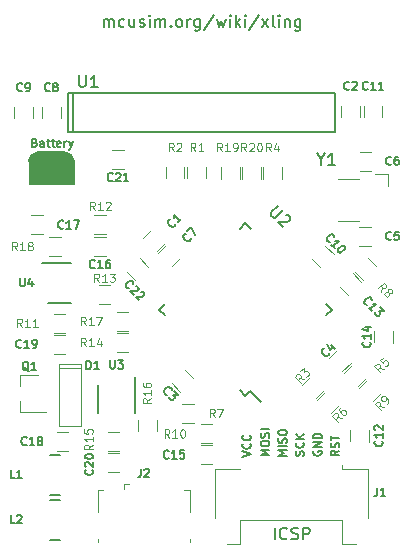
<source format=gto>
G04 #@! TF.GenerationSoftware,KiCad,Pcbnew,5.0.2+dfsg1-1*
G04 #@! TF.CreationDate,2019-09-05T11:37:23+02:00*
G04 #@! TF.ProjectId,xling,786c696e-672e-46b6-9963-61645f706362,0.3*
G04 #@! TF.SameCoordinates,Original*
G04 #@! TF.FileFunction,Legend,Top*
G04 #@! TF.FilePolarity,Positive*
%FSLAX46Y46*%
G04 Gerber Fmt 4.6, Leading zero omitted, Abs format (unit mm)*
G04 Created by KiCad (PCBNEW 5.0.2+dfsg1-1) date Thu 05 Sep 2019 11:37:23 CEST*
%MOMM*%
%LPD*%
G01*
G04 APERTURE LIST*
%ADD10C,0.200000*%
%ADD11C,0.150000*%
%ADD12C,0.175000*%
%ADD13C,0.100000*%
%ADD14C,0.120000*%
%ADD15C,0.125000*%
G04 APERTURE END LIST*
D10*
X61389666Y-42108380D02*
X61389666Y-41441714D01*
X61389666Y-41536952D02*
X61437285Y-41489333D01*
X61532523Y-41441714D01*
X61675380Y-41441714D01*
X61770619Y-41489333D01*
X61818238Y-41584571D01*
X61818238Y-42108380D01*
X61818238Y-41584571D02*
X61865857Y-41489333D01*
X61961095Y-41441714D01*
X62103952Y-41441714D01*
X62199190Y-41489333D01*
X62246809Y-41584571D01*
X62246809Y-42108380D01*
X63151571Y-42060761D02*
X63056333Y-42108380D01*
X62865857Y-42108380D01*
X62770619Y-42060761D01*
X62723000Y-42013142D01*
X62675380Y-41917904D01*
X62675380Y-41632190D01*
X62723000Y-41536952D01*
X62770619Y-41489333D01*
X62865857Y-41441714D01*
X63056333Y-41441714D01*
X63151571Y-41489333D01*
X64008714Y-41441714D02*
X64008714Y-42108380D01*
X63580142Y-41441714D02*
X63580142Y-41965523D01*
X63627761Y-42060761D01*
X63723000Y-42108380D01*
X63865857Y-42108380D01*
X63961095Y-42060761D01*
X64008714Y-42013142D01*
X64437285Y-42060761D02*
X64532523Y-42108380D01*
X64723000Y-42108380D01*
X64818238Y-42060761D01*
X64865857Y-41965523D01*
X64865857Y-41917904D01*
X64818238Y-41822666D01*
X64723000Y-41775047D01*
X64580142Y-41775047D01*
X64484904Y-41727428D01*
X64437285Y-41632190D01*
X64437285Y-41584571D01*
X64484904Y-41489333D01*
X64580142Y-41441714D01*
X64723000Y-41441714D01*
X64818238Y-41489333D01*
X65294428Y-42108380D02*
X65294428Y-41441714D01*
X65294428Y-41108380D02*
X65246809Y-41156000D01*
X65294428Y-41203619D01*
X65342047Y-41156000D01*
X65294428Y-41108380D01*
X65294428Y-41203619D01*
X65770619Y-42108380D02*
X65770619Y-41441714D01*
X65770619Y-41536952D02*
X65818238Y-41489333D01*
X65913476Y-41441714D01*
X66056333Y-41441714D01*
X66151571Y-41489333D01*
X66199190Y-41584571D01*
X66199190Y-42108380D01*
X66199190Y-41584571D02*
X66246809Y-41489333D01*
X66342047Y-41441714D01*
X66484904Y-41441714D01*
X66580142Y-41489333D01*
X66627761Y-41584571D01*
X66627761Y-42108380D01*
X67103952Y-42013142D02*
X67151571Y-42060761D01*
X67103952Y-42108380D01*
X67056333Y-42060761D01*
X67103952Y-42013142D01*
X67103952Y-42108380D01*
X67723000Y-42108380D02*
X67627761Y-42060761D01*
X67580142Y-42013142D01*
X67532523Y-41917904D01*
X67532523Y-41632190D01*
X67580142Y-41536952D01*
X67627761Y-41489333D01*
X67723000Y-41441714D01*
X67865857Y-41441714D01*
X67961095Y-41489333D01*
X68008714Y-41536952D01*
X68056333Y-41632190D01*
X68056333Y-41917904D01*
X68008714Y-42013142D01*
X67961095Y-42060761D01*
X67865857Y-42108380D01*
X67723000Y-42108380D01*
X68484904Y-42108380D02*
X68484904Y-41441714D01*
X68484904Y-41632190D02*
X68532523Y-41536952D01*
X68580142Y-41489333D01*
X68675380Y-41441714D01*
X68770619Y-41441714D01*
X69532523Y-41441714D02*
X69532523Y-42251238D01*
X69484904Y-42346476D01*
X69437285Y-42394095D01*
X69342047Y-42441714D01*
X69199190Y-42441714D01*
X69103952Y-42394095D01*
X69532523Y-42060761D02*
X69437285Y-42108380D01*
X69246809Y-42108380D01*
X69151571Y-42060761D01*
X69103952Y-42013142D01*
X69056333Y-41917904D01*
X69056333Y-41632190D01*
X69103952Y-41536952D01*
X69151571Y-41489333D01*
X69246809Y-41441714D01*
X69437285Y-41441714D01*
X69532523Y-41489333D01*
X70723000Y-41060761D02*
X69865857Y-42346476D01*
X70961095Y-41441714D02*
X71151571Y-42108380D01*
X71342047Y-41632190D01*
X71532523Y-42108380D01*
X71723000Y-41441714D01*
X72103952Y-42108380D02*
X72103952Y-41441714D01*
X72103952Y-41108380D02*
X72056333Y-41156000D01*
X72103952Y-41203619D01*
X72151571Y-41156000D01*
X72103952Y-41108380D01*
X72103952Y-41203619D01*
X72580142Y-42108380D02*
X72580142Y-41108380D01*
X72675380Y-41727428D02*
X72961095Y-42108380D01*
X72961095Y-41441714D02*
X72580142Y-41822666D01*
X73389666Y-42108380D02*
X73389666Y-41441714D01*
X73389666Y-41108380D02*
X73342047Y-41156000D01*
X73389666Y-41203619D01*
X73437285Y-41156000D01*
X73389666Y-41108380D01*
X73389666Y-41203619D01*
X74580142Y-41060761D02*
X73723000Y-42346476D01*
X74818238Y-42108380D02*
X75342047Y-41441714D01*
X74818238Y-41441714D02*
X75342047Y-42108380D01*
X75865857Y-42108380D02*
X75770619Y-42060761D01*
X75723000Y-41965523D01*
X75723000Y-41108380D01*
X76246809Y-42108380D02*
X76246809Y-41441714D01*
X76246809Y-41108380D02*
X76199190Y-41156000D01*
X76246809Y-41203619D01*
X76294428Y-41156000D01*
X76246809Y-41108380D01*
X76246809Y-41203619D01*
X76723000Y-41441714D02*
X76723000Y-42108380D01*
X76723000Y-41536952D02*
X76770619Y-41489333D01*
X76865857Y-41441714D01*
X77008714Y-41441714D01*
X77103952Y-41489333D01*
X77151571Y-41584571D01*
X77151571Y-42108380D01*
X78056333Y-41441714D02*
X78056333Y-42251238D01*
X78008714Y-42346476D01*
X77961095Y-42394095D01*
X77865857Y-42441714D01*
X77723000Y-42441714D01*
X77627761Y-42394095D01*
X78056333Y-42060761D02*
X77961095Y-42108380D01*
X77770619Y-42108380D01*
X77675380Y-42060761D01*
X77627761Y-42013142D01*
X77580142Y-41917904D01*
X77580142Y-41632190D01*
X77627761Y-41536952D01*
X77675380Y-41489333D01*
X77770619Y-41441714D01*
X77961095Y-41441714D01*
X78056333Y-41489333D01*
D11*
X55573000Y-51893000D02*
X55673000Y-51926333D01*
X55706333Y-51959666D01*
X55739666Y-52026333D01*
X55739666Y-52126333D01*
X55706333Y-52193000D01*
X55673000Y-52226333D01*
X55606333Y-52259666D01*
X55339666Y-52259666D01*
X55339666Y-51559666D01*
X55573000Y-51559666D01*
X55639666Y-51593000D01*
X55673000Y-51626333D01*
X55706333Y-51693000D01*
X55706333Y-51759666D01*
X55673000Y-51826333D01*
X55639666Y-51859666D01*
X55573000Y-51893000D01*
X55339666Y-51893000D01*
X56339666Y-52259666D02*
X56339666Y-51893000D01*
X56306333Y-51826333D01*
X56239666Y-51793000D01*
X56106333Y-51793000D01*
X56039666Y-51826333D01*
X56339666Y-52226333D02*
X56273000Y-52259666D01*
X56106333Y-52259666D01*
X56039666Y-52226333D01*
X56006333Y-52159666D01*
X56006333Y-52093000D01*
X56039666Y-52026333D01*
X56106333Y-51993000D01*
X56273000Y-51993000D01*
X56339666Y-51959666D01*
X56573000Y-51793000D02*
X56839666Y-51793000D01*
X56673000Y-51559666D02*
X56673000Y-52159666D01*
X56706333Y-52226333D01*
X56773000Y-52259666D01*
X56839666Y-52259666D01*
X56973000Y-51793000D02*
X57239666Y-51793000D01*
X57073000Y-51559666D02*
X57073000Y-52159666D01*
X57106333Y-52226333D01*
X57173000Y-52259666D01*
X57239666Y-52259666D01*
X57739666Y-52226333D02*
X57673000Y-52259666D01*
X57539666Y-52259666D01*
X57473000Y-52226333D01*
X57439666Y-52159666D01*
X57439666Y-51893000D01*
X57473000Y-51826333D01*
X57539666Y-51793000D01*
X57673000Y-51793000D01*
X57739666Y-51826333D01*
X57773000Y-51893000D01*
X57773000Y-51959666D01*
X57439666Y-52026333D01*
X58073000Y-52259666D02*
X58073000Y-51793000D01*
X58073000Y-51926333D02*
X58106333Y-51859666D01*
X58139666Y-51826333D01*
X58206333Y-51793000D01*
X58273000Y-51793000D01*
X58439666Y-51793000D02*
X58606333Y-52259666D01*
X58773000Y-51793000D02*
X58606333Y-52259666D01*
X58539666Y-52426333D01*
X58506333Y-52459666D01*
X58439666Y-52493000D01*
X75866809Y-85491580D02*
X75866809Y-84491580D01*
X76914428Y-85396342D02*
X76866809Y-85443961D01*
X76723952Y-85491580D01*
X76628714Y-85491580D01*
X76485857Y-85443961D01*
X76390619Y-85348723D01*
X76343000Y-85253485D01*
X76295380Y-85063009D01*
X76295380Y-84920152D01*
X76343000Y-84729676D01*
X76390619Y-84634438D01*
X76485857Y-84539200D01*
X76628714Y-84491580D01*
X76723952Y-84491580D01*
X76866809Y-84539200D01*
X76914428Y-84586819D01*
X77295380Y-85443961D02*
X77438238Y-85491580D01*
X77676333Y-85491580D01*
X77771571Y-85443961D01*
X77819190Y-85396342D01*
X77866809Y-85301104D01*
X77866809Y-85205866D01*
X77819190Y-85110628D01*
X77771571Y-85063009D01*
X77676333Y-85015390D01*
X77485857Y-84967771D01*
X77390619Y-84920152D01*
X77343000Y-84872533D01*
X77295380Y-84777295D01*
X77295380Y-84682057D01*
X77343000Y-84586819D01*
X77390619Y-84539200D01*
X77485857Y-84491580D01*
X77723952Y-84491580D01*
X77866809Y-84539200D01*
X78295380Y-85491580D02*
X78295380Y-84491580D01*
X78676333Y-84491580D01*
X78771571Y-84539200D01*
X78819190Y-84586819D01*
X78866809Y-84682057D01*
X78866809Y-84824914D01*
X78819190Y-84920152D01*
X78771571Y-84967771D01*
X78676333Y-85015390D01*
X78295380Y-85015390D01*
D12*
X81348666Y-77979583D02*
X81015333Y-78212916D01*
X81348666Y-78379583D02*
X80648666Y-78379583D01*
X80648666Y-78112916D01*
X80682000Y-78046250D01*
X80715333Y-78012916D01*
X80782000Y-77979583D01*
X80882000Y-77979583D01*
X80948666Y-78012916D01*
X80982000Y-78046250D01*
X81015333Y-78112916D01*
X81015333Y-78379583D01*
X81315333Y-77712916D02*
X81348666Y-77612916D01*
X81348666Y-77446250D01*
X81315333Y-77379583D01*
X81282000Y-77346250D01*
X81215333Y-77312916D01*
X81148666Y-77312916D01*
X81082000Y-77346250D01*
X81048666Y-77379583D01*
X81015333Y-77446250D01*
X80982000Y-77579583D01*
X80948666Y-77646250D01*
X80915333Y-77679583D01*
X80848666Y-77712916D01*
X80782000Y-77712916D01*
X80715333Y-77679583D01*
X80682000Y-77646250D01*
X80648666Y-77579583D01*
X80648666Y-77412916D01*
X80682000Y-77312916D01*
X80648666Y-77112916D02*
X80648666Y-76712916D01*
X81348666Y-76912916D02*
X80648666Y-76912916D01*
X79182000Y-78012916D02*
X79148666Y-78079583D01*
X79148666Y-78179583D01*
X79182000Y-78279583D01*
X79248666Y-78346250D01*
X79315333Y-78379583D01*
X79448666Y-78412916D01*
X79548666Y-78412916D01*
X79682000Y-78379583D01*
X79748666Y-78346250D01*
X79815333Y-78279583D01*
X79848666Y-78179583D01*
X79848666Y-78112916D01*
X79815333Y-78012916D01*
X79782000Y-77979583D01*
X79548666Y-77979583D01*
X79548666Y-78112916D01*
X79848666Y-77679583D02*
X79148666Y-77679583D01*
X79848666Y-77279583D01*
X79148666Y-77279583D01*
X79848666Y-76946250D02*
X79148666Y-76946250D01*
X79148666Y-76779583D01*
X79182000Y-76679583D01*
X79248666Y-76612916D01*
X79315333Y-76579583D01*
X79448666Y-76546250D01*
X79548666Y-76546250D01*
X79682000Y-76579583D01*
X79748666Y-76612916D01*
X79815333Y-76679583D01*
X79848666Y-76779583D01*
X79848666Y-76946250D01*
X78315333Y-78412916D02*
X78348666Y-78312916D01*
X78348666Y-78146250D01*
X78315333Y-78079583D01*
X78282000Y-78046250D01*
X78215333Y-78012916D01*
X78148666Y-78012916D01*
X78082000Y-78046250D01*
X78048666Y-78079583D01*
X78015333Y-78146250D01*
X77982000Y-78279583D01*
X77948666Y-78346250D01*
X77915333Y-78379583D01*
X77848666Y-78412916D01*
X77782000Y-78412916D01*
X77715333Y-78379583D01*
X77682000Y-78346250D01*
X77648666Y-78279583D01*
X77648666Y-78112916D01*
X77682000Y-78012916D01*
X78282000Y-77312916D02*
X78315333Y-77346250D01*
X78348666Y-77446250D01*
X78348666Y-77512916D01*
X78315333Y-77612916D01*
X78248666Y-77679583D01*
X78182000Y-77712916D01*
X78048666Y-77746250D01*
X77948666Y-77746250D01*
X77815333Y-77712916D01*
X77748666Y-77679583D01*
X77682000Y-77612916D01*
X77648666Y-77512916D01*
X77648666Y-77446250D01*
X77682000Y-77346250D01*
X77715333Y-77312916D01*
X78348666Y-77012916D02*
X77648666Y-77012916D01*
X78348666Y-76612916D02*
X77948666Y-76912916D01*
X77648666Y-76612916D02*
X78048666Y-77012916D01*
X76898666Y-78429583D02*
X76198666Y-78429583D01*
X76698666Y-78196250D01*
X76198666Y-77962916D01*
X76898666Y-77962916D01*
X76898666Y-77629583D02*
X76198666Y-77629583D01*
X76865333Y-77329583D02*
X76898666Y-77229583D01*
X76898666Y-77062916D01*
X76865333Y-76996250D01*
X76832000Y-76962916D01*
X76765333Y-76929583D01*
X76698666Y-76929583D01*
X76632000Y-76962916D01*
X76598666Y-76996250D01*
X76565333Y-77062916D01*
X76532000Y-77196250D01*
X76498666Y-77262916D01*
X76465333Y-77296250D01*
X76398666Y-77329583D01*
X76332000Y-77329583D01*
X76265333Y-77296250D01*
X76232000Y-77262916D01*
X76198666Y-77196250D01*
X76198666Y-77029583D01*
X76232000Y-76929583D01*
X76198666Y-76496250D02*
X76198666Y-76362916D01*
X76232000Y-76296250D01*
X76298666Y-76229583D01*
X76432000Y-76196250D01*
X76665333Y-76196250D01*
X76798666Y-76229583D01*
X76865333Y-76296250D01*
X76898666Y-76362916D01*
X76898666Y-76496250D01*
X76865333Y-76562916D01*
X76798666Y-76629583D01*
X76665333Y-76662916D01*
X76432000Y-76662916D01*
X76298666Y-76629583D01*
X76232000Y-76562916D01*
X76198666Y-76496250D01*
X75398666Y-78379583D02*
X74698666Y-78379583D01*
X75198666Y-78146250D01*
X74698666Y-77912916D01*
X75398666Y-77912916D01*
X74698666Y-77446250D02*
X74698666Y-77312916D01*
X74732000Y-77246250D01*
X74798666Y-77179583D01*
X74932000Y-77146250D01*
X75165333Y-77146250D01*
X75298666Y-77179583D01*
X75365333Y-77246250D01*
X75398666Y-77312916D01*
X75398666Y-77446250D01*
X75365333Y-77512916D01*
X75298666Y-77579583D01*
X75165333Y-77612916D01*
X74932000Y-77612916D01*
X74798666Y-77579583D01*
X74732000Y-77512916D01*
X74698666Y-77446250D01*
X75365333Y-76879583D02*
X75398666Y-76779583D01*
X75398666Y-76612916D01*
X75365333Y-76546250D01*
X75332000Y-76512916D01*
X75265333Y-76479583D01*
X75198666Y-76479583D01*
X75132000Y-76512916D01*
X75098666Y-76546250D01*
X75065333Y-76612916D01*
X75032000Y-76746250D01*
X74998666Y-76812916D01*
X74965333Y-76846250D01*
X74898666Y-76879583D01*
X74832000Y-76879583D01*
X74765333Y-76846250D01*
X74732000Y-76812916D01*
X74698666Y-76746250D01*
X74698666Y-76579583D01*
X74732000Y-76479583D01*
X75398666Y-76179583D02*
X74698666Y-76179583D01*
X73148666Y-78479583D02*
X73848666Y-78246250D01*
X73148666Y-78012916D01*
X73782000Y-77379583D02*
X73815333Y-77412916D01*
X73848666Y-77512916D01*
X73848666Y-77579583D01*
X73815333Y-77679583D01*
X73748666Y-77746250D01*
X73682000Y-77779583D01*
X73548666Y-77812916D01*
X73448666Y-77812916D01*
X73315333Y-77779583D01*
X73248666Y-77746250D01*
X73182000Y-77679583D01*
X73148666Y-77579583D01*
X73148666Y-77512916D01*
X73182000Y-77412916D01*
X73215333Y-77379583D01*
X73782000Y-76679583D02*
X73815333Y-76712916D01*
X73848666Y-76812916D01*
X73848666Y-76879583D01*
X73815333Y-76979583D01*
X73748666Y-77046250D01*
X73682000Y-77079583D01*
X73548666Y-77112916D01*
X73448666Y-77112916D01*
X73315333Y-77079583D01*
X73248666Y-77046250D01*
X73182000Y-76979583D01*
X73148666Y-76879583D01*
X73148666Y-76812916D01*
X73182000Y-76712916D01*
X73215333Y-76679583D01*
D11*
G04 #@! TO.C,U1*
X80995000Y-50961000D02*
X80995000Y-47659000D01*
X58770000Y-50961000D02*
X58770000Y-47659000D01*
X58389000Y-50961000D02*
X58389000Y-47659000D01*
X58389000Y-50961000D02*
X80995000Y-50961000D01*
X58389000Y-47659000D02*
X80995000Y-47659000D01*
D13*
G04 #@! TO.C,J3*
G36*
X55054500Y-55405500D02*
X58864500Y-55405500D01*
X58859500Y-54128500D01*
X58859500Y-53528500D01*
X58809500Y-53178500D01*
X58659500Y-52978500D01*
X58459500Y-52828500D01*
X58259500Y-52728500D01*
X55759500Y-52728500D01*
X55559500Y-52778500D01*
X55359500Y-52878500D01*
X55209500Y-53028500D01*
X55109500Y-53228500D01*
X55059500Y-53428500D01*
X55054500Y-55405500D01*
G37*
X55054500Y-55405500D02*
X58864500Y-55405500D01*
X58859500Y-54128500D01*
X58859500Y-53528500D01*
X58809500Y-53178500D01*
X58659500Y-52978500D01*
X58459500Y-52828500D01*
X58259500Y-52728500D01*
X55759500Y-52728500D01*
X55559500Y-52778500D01*
X55359500Y-52878500D01*
X55209500Y-53028500D01*
X55109500Y-53228500D01*
X55059500Y-53428500D01*
X55054500Y-55405500D01*
D11*
X58109500Y-52728500D02*
G75*
G02X58859500Y-53478500I0J-750000D01*
G01*
X55059500Y-53478500D02*
G75*
G02X55809500Y-52728500I750000J0D01*
G01*
X55809500Y-52728500D02*
X58109500Y-52728500D01*
D14*
G04 #@! TO.C,Y1*
X83042000Y-54942000D02*
X81242000Y-54942000D01*
X83042000Y-58542000D02*
X81242000Y-58542000D01*
X85442000Y-54542000D02*
X84392000Y-54542000D01*
X85442000Y-55542000D02*
X85442000Y-54542000D01*
D11*
G04 #@! TO.C,L1*
X57734200Y-78320900D02*
X56819800Y-78320900D01*
X57734200Y-81699100D02*
X56819800Y-81699100D01*
G04 #@! TO.C,L2*
X56819800Y-85509100D02*
X57734200Y-85509100D01*
X56819800Y-82130900D02*
X57734200Y-82130900D01*
D14*
G04 #@! TO.C,D1*
X57645300Y-70617600D02*
X57645300Y-70967600D01*
X59461400Y-70606000D02*
X57645300Y-70612000D01*
X59461400Y-70956000D02*
X59461400Y-70606000D01*
X59461400Y-75904900D02*
X57645300Y-75907900D01*
X59461400Y-70954900D02*
X59461400Y-75904900D01*
X57645300Y-70954900D02*
X57645300Y-75904900D01*
X59461400Y-70956000D02*
X57645300Y-70954900D01*
G04 #@! TO.C,C1*
X65446868Y-59278761D02*
X64746267Y-59979080D01*
X66574986Y-60413526D02*
X65874385Y-61113845D01*
G04 #@! TO.C,C2*
X81496000Y-48776000D02*
X81495800Y-49766600D01*
X83096100Y-48780700D02*
X83095900Y-49771300D01*
G04 #@! TO.C,C3*
X67152761Y-72284632D02*
X67853080Y-72985233D01*
X68287526Y-71156514D02*
X68987845Y-71857115D01*
G04 #@! TO.C,C5*
X84002500Y-59017000D02*
X83011900Y-59016800D01*
X83997800Y-60617100D02*
X83007200Y-60616900D01*
G04 #@! TO.C,C6*
X83066000Y-54267000D02*
X84056600Y-54267200D01*
X83070700Y-52666900D02*
X84061300Y-52667100D01*
G04 #@! TO.C,C7*
X66716868Y-60548761D02*
X66016267Y-61249080D01*
X67844986Y-61683526D02*
X67144385Y-62383845D01*
G04 #@! TO.C,C8*
X57759500Y-49839500D02*
X57759700Y-48848900D01*
X56159400Y-49834800D02*
X56159600Y-48844200D01*
G04 #@! TO.C,C9*
X55410000Y-49839500D02*
X55410200Y-48848900D01*
X53809900Y-49834800D02*
X53810100Y-48844200D01*
G04 #@! TO.C,C10*
X79027261Y-61743632D02*
X79727580Y-62444233D01*
X80162026Y-60615514D02*
X80862345Y-61316115D01*
G04 #@! TO.C,C11*
X83401000Y-48776000D02*
X83400800Y-49766600D01*
X85001100Y-48780700D02*
X85000900Y-49771300D01*
G04 #@! TO.C,C12*
X83858000Y-77208000D02*
X83858200Y-76217400D01*
X82257900Y-77203300D02*
X82258100Y-76212700D01*
G04 #@! TO.C,C13*
X81376761Y-64093132D02*
X82077080Y-64793733D01*
X82511526Y-62965014D02*
X83211845Y-63665615D01*
G04 #@! TO.C,C14*
X85890000Y-68826000D02*
X85890200Y-67835400D01*
X84289900Y-68821300D02*
X84290100Y-67830700D01*
G04 #@! TO.C,C15*
X70604000Y-77533600D02*
X69613400Y-77533400D01*
X70599300Y-79133700D02*
X69608700Y-79133500D01*
G04 #@! TO.C,C16*
X61587000Y-59906000D02*
X60596400Y-59905800D01*
X61582300Y-61506100D02*
X60591700Y-61505900D01*
G04 #@! TO.C,C17*
X55253000Y-59664500D02*
X56243600Y-59664700D01*
X55257700Y-58064400D02*
X56248300Y-58064600D01*
G04 #@! TO.C,C18*
X58412000Y-76416000D02*
X57421400Y-76415800D01*
X58407300Y-78016100D02*
X57416700Y-78015900D01*
G04 #@! TO.C,C19*
X58158000Y-68161000D02*
X57167400Y-68160800D01*
X58153300Y-69761100D02*
X57162700Y-69760900D01*
G04 #@! TO.C,C20*
X62730000Y-78194000D02*
X61739400Y-78193800D01*
X62725300Y-79794100D02*
X61734700Y-79793900D01*
G04 #@! TO.C,C22*
X63342761Y-62823132D02*
X64043080Y-63523733D01*
X64477526Y-61695014D02*
X65177845Y-62395615D01*
G04 #@! TO.C,R1*
X68478600Y-53924200D02*
X68478600Y-54902100D01*
X70078600Y-53924200D02*
X70078600Y-54902100D01*
G04 #@! TO.C,R2*
X66637100Y-53924200D02*
X66637100Y-54902100D01*
X68237100Y-53924200D02*
X68237100Y-54902100D01*
G04 #@! TO.C,R3*
X78905615Y-71728155D02*
X78214136Y-72419635D01*
X80036986Y-72859526D02*
X79345506Y-73551006D01*
G04 #@! TO.C,R4*
X76491900Y-54978300D02*
X76491900Y-54000400D01*
X74891900Y-54978300D02*
X74891900Y-54000400D01*
G04 #@! TO.C,R5*
X82461615Y-70712155D02*
X81770136Y-71403635D01*
X83592986Y-71843526D02*
X82901506Y-72535006D01*
G04 #@! TO.C,R6*
X80175615Y-72998155D02*
X79484136Y-73689635D01*
X81306986Y-74129526D02*
X80615506Y-74821006D01*
G04 #@! TO.C,R7*
X69024500Y-74028500D02*
X68046600Y-74028500D01*
X69024500Y-75628500D02*
X68046600Y-75628500D01*
G04 #@! TO.C,R8*
X82650155Y-62826385D02*
X83341635Y-63517864D01*
X83781526Y-61695014D02*
X84473006Y-62386494D01*
G04 #@! TO.C,R9*
X83731615Y-71982155D02*
X83040136Y-72673635D01*
X84862986Y-73113526D02*
X84171506Y-73805006D01*
G04 #@! TO.C,R10*
X70599300Y-75755700D02*
X69621400Y-75755700D01*
X70599300Y-77355700D02*
X69621400Y-77355700D01*
G04 #@! TO.C,R11*
X57162700Y-67982900D02*
X58140600Y-67982900D01*
X57162700Y-66382900D02*
X58140600Y-66382900D01*
G04 #@! TO.C,R12*
X60591700Y-59600900D02*
X61569600Y-59600900D01*
X60591700Y-58000900D02*
X61569600Y-58000900D01*
G04 #@! TO.C,R13*
X61963300Y-63970100D02*
X60985400Y-63970100D01*
X61963300Y-65570100D02*
X60985400Y-65570100D01*
G04 #@! TO.C,R14*
X63487300Y-68034100D02*
X62509400Y-68034100D01*
X63487300Y-69634100D02*
X62509400Y-69634100D01*
G04 #@! TO.C,R15*
X61734700Y-78015900D02*
X62712600Y-78015900D01*
X61734700Y-76415900D02*
X62712600Y-76415900D01*
G04 #@! TO.C,R16*
X64325700Y-75349100D02*
X64325700Y-76327000D01*
X65925700Y-75349100D02*
X65925700Y-76327000D01*
G04 #@! TO.C,R17*
X63487300Y-66256100D02*
X62509400Y-66256100D01*
X63487300Y-67856100D02*
X62509400Y-67856100D01*
G04 #@! TO.C,R18*
X56781700Y-61505900D02*
X57759600Y-61505900D01*
X56781700Y-59905900D02*
X57759600Y-59905900D01*
G04 #@! TO.C,R19*
X72916948Y-54956411D02*
X72916948Y-53978511D01*
X71316948Y-54956411D02*
X71316948Y-53978511D01*
G04 #@! TO.C,R20*
X74694948Y-54956411D02*
X74694948Y-53978511D01*
X73094948Y-54956411D02*
X73094948Y-53978511D01*
D11*
G04 #@! TO.C,U2*
X73812586Y-72951969D02*
X74714148Y-73853530D01*
X66087445Y-66040000D02*
X66564742Y-66517297D01*
X73406000Y-58721445D02*
X73883297Y-59198742D01*
X80724555Y-66040000D02*
X80247258Y-65562703D01*
X73406000Y-73358555D02*
X72928703Y-72881258D01*
X80724555Y-66040000D02*
X80247258Y-66517297D01*
X73406000Y-58721445D02*
X72928703Y-59198742D01*
X66087445Y-66040000D02*
X66564742Y-65562703D01*
X73406000Y-73358555D02*
X73812586Y-72951969D01*
D14*
G04 #@! TO.C,J1*
X72967000Y-85885000D02*
X71812000Y-85885000D01*
X72967000Y-83885000D02*
X72967000Y-85885000D01*
X81597000Y-83885000D02*
X72967000Y-83885000D01*
X81597000Y-85885000D02*
X81597000Y-83885000D01*
X82752000Y-85885000D02*
X81597000Y-85885000D01*
X70797000Y-79565000D02*
X72972000Y-79565000D01*
X70797000Y-83695000D02*
X70797000Y-79565000D01*
X81592000Y-79565000D02*
X81592000Y-79165000D01*
X83767000Y-79565000D02*
X81592000Y-79565000D01*
X83767000Y-83695000D02*
X83767000Y-79565000D01*
G04 #@! TO.C,J2*
X63082000Y-80797500D02*
X63082000Y-81247500D01*
X63082000Y-80797500D02*
X63532000Y-80797500D01*
X68682000Y-81347500D02*
X68232000Y-81347500D01*
X68682000Y-83197500D02*
X68682000Y-81347500D01*
X60882000Y-85747500D02*
X60882000Y-85497500D01*
X68682000Y-85747500D02*
X68682000Y-85497500D01*
X60882000Y-83197500D02*
X60882000Y-81347500D01*
X60882000Y-81347500D02*
X61332000Y-81347500D01*
G04 #@! TO.C,Q1*
X54358000Y-71572000D02*
X55818000Y-71572000D01*
X54358000Y-74732000D02*
X56518000Y-74732000D01*
X54358000Y-74732000D02*
X54358000Y-73802000D01*
X54358000Y-71572000D02*
X54358000Y-72502000D01*
D11*
G04 #@! TO.C,U3*
X60884000Y-74760000D02*
X60884000Y-72460000D01*
X64084000Y-71760000D02*
X64084000Y-74760000D01*
G04 #@! TO.C,U4*
X58658000Y-65454000D02*
X56658000Y-65454000D01*
X58658000Y-62054000D02*
X56158000Y-62054000D01*
D14*
G04 #@! TO.C,C4*
X80491014Y-70142474D02*
X81191615Y-69442155D01*
X81619132Y-71277239D02*
X82319733Y-70576920D01*
G04 #@! TO.C,C21*
X62115700Y-52539900D02*
X63106300Y-52540100D01*
X62111000Y-54140000D02*
X63101600Y-54140200D01*
G04 #@! TO.C,U1*
D11*
X59309095Y-46188380D02*
X59309095Y-46997904D01*
X59356714Y-47093142D01*
X59404333Y-47140761D01*
X59499571Y-47188380D01*
X59690047Y-47188380D01*
X59785285Y-47140761D01*
X59832904Y-47093142D01*
X59880523Y-46997904D01*
X59880523Y-46188380D01*
X60880523Y-47188380D02*
X60309095Y-47188380D01*
X60594809Y-47188380D02*
X60594809Y-46188380D01*
X60499571Y-46331238D01*
X60404333Y-46426476D01*
X60309095Y-46474095D01*
G04 #@! TO.C,Y1*
X79787809Y-53316190D02*
X79787809Y-53792380D01*
X79454476Y-52792380D02*
X79787809Y-53316190D01*
X80121142Y-52792380D01*
X80978285Y-53792380D02*
X80406857Y-53792380D01*
X80692571Y-53792380D02*
X80692571Y-52792380D01*
X80597333Y-52935238D01*
X80502095Y-53030476D01*
X80406857Y-53078095D01*
G04 #@! TO.C,L1*
X53858333Y-80326666D02*
X53525000Y-80326666D01*
X53525000Y-79626666D01*
X54458333Y-80326666D02*
X54058333Y-80326666D01*
X54258333Y-80326666D02*
X54258333Y-79626666D01*
X54191666Y-79726666D01*
X54125000Y-79793333D01*
X54058333Y-79826666D01*
G04 #@! TO.C,L2*
X53858333Y-84136666D02*
X53525000Y-84136666D01*
X53525000Y-83436666D01*
X54058333Y-83503333D02*
X54091666Y-83470000D01*
X54158333Y-83436666D01*
X54325000Y-83436666D01*
X54391666Y-83470000D01*
X54425000Y-83503333D01*
X54458333Y-83570000D01*
X54458333Y-83636666D01*
X54425000Y-83736666D01*
X54025000Y-84136666D01*
X54458333Y-84136666D01*
G04 #@! TO.C,D1*
X59935333Y-71081066D02*
X59935333Y-70381066D01*
X60102000Y-70381066D01*
X60202000Y-70414400D01*
X60268666Y-70481066D01*
X60302000Y-70547733D01*
X60335333Y-70681066D01*
X60335333Y-70781066D01*
X60302000Y-70914400D01*
X60268666Y-70981066D01*
X60202000Y-71047733D01*
X60102000Y-71081066D01*
X59935333Y-71081066D01*
X61002000Y-71081066D02*
X60602000Y-71081066D01*
X60802000Y-71081066D02*
X60802000Y-70381066D01*
X60735333Y-70481066D01*
X60668666Y-70547733D01*
X60602000Y-70581066D01*
G04 #@! TO.C,C1*
X67455080Y-58780872D02*
X67455080Y-58828012D01*
X67407940Y-58922293D01*
X67360800Y-58969434D01*
X67266519Y-59016574D01*
X67172238Y-59016574D01*
X67101527Y-58993004D01*
X66983676Y-58922293D01*
X66912965Y-58851583D01*
X66842255Y-58733732D01*
X66818684Y-58663021D01*
X66818684Y-58568740D01*
X66865825Y-58474459D01*
X66912965Y-58427319D01*
X67007246Y-58380178D01*
X67054387Y-58380178D01*
X67973625Y-58356608D02*
X67690783Y-58639451D01*
X67832204Y-58498029D02*
X67337229Y-58003055D01*
X67360800Y-58120906D01*
X67360800Y-58215187D01*
X67337229Y-58285897D01*
G04 #@! TO.C,C2*
X82179333Y-47367000D02*
X82146000Y-47400333D01*
X82046000Y-47433666D01*
X81979333Y-47433666D01*
X81879333Y-47400333D01*
X81812666Y-47333666D01*
X81779333Y-47267000D01*
X81746000Y-47133666D01*
X81746000Y-47033666D01*
X81779333Y-46900333D01*
X81812666Y-46833666D01*
X81879333Y-46767000D01*
X81979333Y-46733666D01*
X82046000Y-46733666D01*
X82146000Y-46767000D01*
X82179333Y-46800333D01*
X82446000Y-46800333D02*
X82479333Y-46767000D01*
X82546000Y-46733666D01*
X82712666Y-46733666D01*
X82779333Y-46767000D01*
X82812666Y-46800333D01*
X82846000Y-46867000D01*
X82846000Y-46933666D01*
X82812666Y-47033666D01*
X82412666Y-47433666D01*
X82846000Y-47433666D01*
G04 #@! TO.C,C3*
X66745927Y-73246280D02*
X66698787Y-73246280D01*
X66604506Y-73199140D01*
X66557365Y-73152000D01*
X66510225Y-73057719D01*
X66510225Y-72963438D01*
X66533795Y-72892727D01*
X66604506Y-72774876D01*
X66675216Y-72704165D01*
X66793067Y-72633455D01*
X66863778Y-72609884D01*
X66958059Y-72609884D01*
X67052340Y-72657025D01*
X67099480Y-72704165D01*
X67146621Y-72798446D01*
X67146621Y-72845587D01*
X67358753Y-72963438D02*
X67665166Y-73269851D01*
X67311612Y-73293421D01*
X67382323Y-73364132D01*
X67405893Y-73434842D01*
X67405893Y-73481983D01*
X67382323Y-73552693D01*
X67264472Y-73670544D01*
X67193761Y-73694115D01*
X67146621Y-73694115D01*
X67075910Y-73670544D01*
X66934489Y-73529123D01*
X66910919Y-73458412D01*
X66910919Y-73411272D01*
G04 #@! TO.C,C5*
X85735333Y-60067000D02*
X85702000Y-60100333D01*
X85602000Y-60133666D01*
X85535333Y-60133666D01*
X85435333Y-60100333D01*
X85368666Y-60033666D01*
X85335333Y-59967000D01*
X85302000Y-59833666D01*
X85302000Y-59733666D01*
X85335333Y-59600333D01*
X85368666Y-59533666D01*
X85435333Y-59467000D01*
X85535333Y-59433666D01*
X85602000Y-59433666D01*
X85702000Y-59467000D01*
X85735333Y-59500333D01*
X86368666Y-59433666D02*
X86035333Y-59433666D01*
X86002000Y-59767000D01*
X86035333Y-59733666D01*
X86102000Y-59700333D01*
X86268666Y-59700333D01*
X86335333Y-59733666D01*
X86368666Y-59767000D01*
X86402000Y-59833666D01*
X86402000Y-60000333D01*
X86368666Y-60067000D01*
X86335333Y-60100333D01*
X86268666Y-60133666D01*
X86102000Y-60133666D01*
X86035333Y-60100333D01*
X86002000Y-60067000D01*
G04 #@! TO.C,C6*
X85735333Y-53717000D02*
X85702000Y-53750333D01*
X85602000Y-53783666D01*
X85535333Y-53783666D01*
X85435333Y-53750333D01*
X85368666Y-53683666D01*
X85335333Y-53617000D01*
X85302000Y-53483666D01*
X85302000Y-53383666D01*
X85335333Y-53250333D01*
X85368666Y-53183666D01*
X85435333Y-53117000D01*
X85535333Y-53083666D01*
X85602000Y-53083666D01*
X85702000Y-53117000D01*
X85735333Y-53150333D01*
X86335333Y-53083666D02*
X86202000Y-53083666D01*
X86135333Y-53117000D01*
X86102000Y-53150333D01*
X86035333Y-53250333D01*
X86002000Y-53383666D01*
X86002000Y-53650333D01*
X86035333Y-53717000D01*
X86068666Y-53750333D01*
X86135333Y-53783666D01*
X86268666Y-53783666D01*
X86335333Y-53750333D01*
X86368666Y-53717000D01*
X86402000Y-53650333D01*
X86402000Y-53483666D01*
X86368666Y-53417000D01*
X86335333Y-53383666D01*
X86268666Y-53350333D01*
X86135333Y-53350333D01*
X86068666Y-53383666D01*
X86035333Y-53417000D01*
X86002000Y-53483666D01*
G04 #@! TO.C,C7*
X68775880Y-60000072D02*
X68775880Y-60047212D01*
X68728740Y-60141493D01*
X68681600Y-60188634D01*
X68587319Y-60235774D01*
X68493038Y-60235774D01*
X68422327Y-60212204D01*
X68304476Y-60141493D01*
X68233765Y-60070783D01*
X68163055Y-59952932D01*
X68139484Y-59882221D01*
X68139484Y-59787940D01*
X68186625Y-59693659D01*
X68233765Y-59646519D01*
X68328046Y-59599378D01*
X68375187Y-59599378D01*
X68493038Y-59387246D02*
X68823021Y-59057263D01*
X69105864Y-59764370D01*
G04 #@! TO.C,C8*
X56842833Y-47494000D02*
X56809500Y-47527333D01*
X56709500Y-47560666D01*
X56642833Y-47560666D01*
X56542833Y-47527333D01*
X56476166Y-47460666D01*
X56442833Y-47394000D01*
X56409500Y-47260666D01*
X56409500Y-47160666D01*
X56442833Y-47027333D01*
X56476166Y-46960666D01*
X56542833Y-46894000D01*
X56642833Y-46860666D01*
X56709500Y-46860666D01*
X56809500Y-46894000D01*
X56842833Y-46927333D01*
X57242833Y-47160666D02*
X57176166Y-47127333D01*
X57142833Y-47094000D01*
X57109500Y-47027333D01*
X57109500Y-46994000D01*
X57142833Y-46927333D01*
X57176166Y-46894000D01*
X57242833Y-46860666D01*
X57376166Y-46860666D01*
X57442833Y-46894000D01*
X57476166Y-46927333D01*
X57509500Y-46994000D01*
X57509500Y-47027333D01*
X57476166Y-47094000D01*
X57442833Y-47127333D01*
X57376166Y-47160666D01*
X57242833Y-47160666D01*
X57176166Y-47194000D01*
X57142833Y-47227333D01*
X57109500Y-47294000D01*
X57109500Y-47427333D01*
X57142833Y-47494000D01*
X57176166Y-47527333D01*
X57242833Y-47560666D01*
X57376166Y-47560666D01*
X57442833Y-47527333D01*
X57476166Y-47494000D01*
X57509500Y-47427333D01*
X57509500Y-47294000D01*
X57476166Y-47227333D01*
X57442833Y-47194000D01*
X57376166Y-47160666D01*
G04 #@! TO.C,C9*
X54493333Y-47494000D02*
X54460000Y-47527333D01*
X54360000Y-47560666D01*
X54293333Y-47560666D01*
X54193333Y-47527333D01*
X54126666Y-47460666D01*
X54093333Y-47394000D01*
X54060000Y-47260666D01*
X54060000Y-47160666D01*
X54093333Y-47027333D01*
X54126666Y-46960666D01*
X54193333Y-46894000D01*
X54293333Y-46860666D01*
X54360000Y-46860666D01*
X54460000Y-46894000D01*
X54493333Y-46927333D01*
X54826666Y-47560666D02*
X54960000Y-47560666D01*
X55026666Y-47527333D01*
X55060000Y-47494000D01*
X55126666Y-47394000D01*
X55160000Y-47260666D01*
X55160000Y-46994000D01*
X55126666Y-46927333D01*
X55093333Y-46894000D01*
X55026666Y-46860666D01*
X54893333Y-46860666D01*
X54826666Y-46894000D01*
X54793333Y-46927333D01*
X54760000Y-46994000D01*
X54760000Y-47160666D01*
X54793333Y-47227333D01*
X54826666Y-47260666D01*
X54893333Y-47294000D01*
X55026666Y-47294000D01*
X55093333Y-47260666D01*
X55126666Y-47227333D01*
X55160000Y-47160666D01*
G04 #@! TO.C,C10*
X80531025Y-60310578D02*
X80483884Y-60310578D01*
X80389603Y-60263438D01*
X80342463Y-60216297D01*
X80295322Y-60122016D01*
X80295322Y-60027735D01*
X80318893Y-59957025D01*
X80389603Y-59839174D01*
X80460314Y-59768463D01*
X80578165Y-59697752D01*
X80648876Y-59674182D01*
X80743157Y-59674182D01*
X80837438Y-59721322D01*
X80884578Y-59768463D01*
X80931719Y-59862744D01*
X80931719Y-59909884D01*
X80955289Y-60829123D02*
X80672446Y-60546280D01*
X80813867Y-60687702D02*
X81308842Y-60192727D01*
X81190991Y-60216297D01*
X81096710Y-60216297D01*
X81026000Y-60192727D01*
X81756677Y-60640561D02*
X81803817Y-60687702D01*
X81827387Y-60758412D01*
X81827387Y-60805553D01*
X81803817Y-60876264D01*
X81733106Y-60994115D01*
X81615255Y-61111966D01*
X81497404Y-61182677D01*
X81426693Y-61206247D01*
X81379553Y-61206247D01*
X81308842Y-61182677D01*
X81261702Y-61135536D01*
X81238132Y-61064825D01*
X81238132Y-61017685D01*
X81261702Y-60946974D01*
X81332412Y-60829123D01*
X81450264Y-60711272D01*
X81568115Y-60640561D01*
X81638825Y-60616991D01*
X81685966Y-60616991D01*
X81756677Y-60640561D01*
G04 #@! TO.C,C11*
X83751000Y-47367000D02*
X83717666Y-47400333D01*
X83617666Y-47433666D01*
X83551000Y-47433666D01*
X83451000Y-47400333D01*
X83384333Y-47333666D01*
X83351000Y-47267000D01*
X83317666Y-47133666D01*
X83317666Y-47033666D01*
X83351000Y-46900333D01*
X83384333Y-46833666D01*
X83451000Y-46767000D01*
X83551000Y-46733666D01*
X83617666Y-46733666D01*
X83717666Y-46767000D01*
X83751000Y-46800333D01*
X84417666Y-47433666D02*
X84017666Y-47433666D01*
X84217666Y-47433666D02*
X84217666Y-46733666D01*
X84151000Y-46833666D01*
X84084333Y-46900333D01*
X84017666Y-46933666D01*
X85084333Y-47433666D02*
X84684333Y-47433666D01*
X84884333Y-47433666D02*
X84884333Y-46733666D01*
X84817666Y-46833666D01*
X84751000Y-46900333D01*
X84684333Y-46933666D01*
G04 #@! TO.C,C12*
X84959000Y-77158000D02*
X84992333Y-77191333D01*
X85025666Y-77291333D01*
X85025666Y-77358000D01*
X84992333Y-77458000D01*
X84925666Y-77524666D01*
X84859000Y-77558000D01*
X84725666Y-77591333D01*
X84625666Y-77591333D01*
X84492333Y-77558000D01*
X84425666Y-77524666D01*
X84359000Y-77458000D01*
X84325666Y-77358000D01*
X84325666Y-77291333D01*
X84359000Y-77191333D01*
X84392333Y-77158000D01*
X85025666Y-76491333D02*
X85025666Y-76891333D01*
X85025666Y-76691333D02*
X84325666Y-76691333D01*
X84425666Y-76758000D01*
X84492333Y-76824666D01*
X84525666Y-76891333D01*
X84392333Y-76224666D02*
X84359000Y-76191333D01*
X84325666Y-76124666D01*
X84325666Y-75958000D01*
X84359000Y-75891333D01*
X84392333Y-75858000D01*
X84459000Y-75824666D01*
X84525666Y-75824666D01*
X84625666Y-75858000D01*
X85025666Y-76258000D01*
X85025666Y-75824666D01*
G04 #@! TO.C,C13*
X83706025Y-65644578D02*
X83658884Y-65644578D01*
X83564603Y-65597438D01*
X83517463Y-65550297D01*
X83470322Y-65456016D01*
X83470322Y-65361735D01*
X83493893Y-65291025D01*
X83564603Y-65173174D01*
X83635314Y-65102463D01*
X83753165Y-65031752D01*
X83823876Y-65008182D01*
X83918157Y-65008182D01*
X84012438Y-65055322D01*
X84059578Y-65102463D01*
X84106719Y-65196744D01*
X84106719Y-65243884D01*
X84130289Y-66163123D02*
X83847446Y-65880280D01*
X83988867Y-66021702D02*
X84483842Y-65526727D01*
X84365991Y-65550297D01*
X84271710Y-65550297D01*
X84201000Y-65526727D01*
X84790255Y-65833140D02*
X85096668Y-66139553D01*
X84743115Y-66163123D01*
X84813825Y-66233834D01*
X84837396Y-66304544D01*
X84837396Y-66351685D01*
X84813825Y-66422396D01*
X84695974Y-66540247D01*
X84625264Y-66563817D01*
X84578123Y-66563817D01*
X84507412Y-66540247D01*
X84365991Y-66398825D01*
X84342421Y-66328115D01*
X84342421Y-66280974D01*
G04 #@! TO.C,C14*
X83943000Y-68776000D02*
X83976333Y-68809333D01*
X84009666Y-68909333D01*
X84009666Y-68976000D01*
X83976333Y-69076000D01*
X83909666Y-69142666D01*
X83843000Y-69176000D01*
X83709666Y-69209333D01*
X83609666Y-69209333D01*
X83476333Y-69176000D01*
X83409666Y-69142666D01*
X83343000Y-69076000D01*
X83309666Y-68976000D01*
X83309666Y-68909333D01*
X83343000Y-68809333D01*
X83376333Y-68776000D01*
X84009666Y-68109333D02*
X84009666Y-68509333D01*
X84009666Y-68309333D02*
X83309666Y-68309333D01*
X83409666Y-68376000D01*
X83476333Y-68442666D01*
X83509666Y-68509333D01*
X83543000Y-67509333D02*
X84009666Y-67509333D01*
X83276333Y-67676000D02*
X83776333Y-67842666D01*
X83776333Y-67409333D01*
G04 #@! TO.C,C15*
X66910800Y-78583600D02*
X66877466Y-78616933D01*
X66777466Y-78650266D01*
X66710800Y-78650266D01*
X66610800Y-78616933D01*
X66544133Y-78550266D01*
X66510800Y-78483600D01*
X66477466Y-78350266D01*
X66477466Y-78250266D01*
X66510800Y-78116933D01*
X66544133Y-78050266D01*
X66610800Y-77983600D01*
X66710800Y-77950266D01*
X66777466Y-77950266D01*
X66877466Y-77983600D01*
X66910800Y-78016933D01*
X67577466Y-78650266D02*
X67177466Y-78650266D01*
X67377466Y-78650266D02*
X67377466Y-77950266D01*
X67310800Y-78050266D01*
X67244133Y-78116933D01*
X67177466Y-78150266D01*
X68210800Y-77950266D02*
X67877466Y-77950266D01*
X67844133Y-78283600D01*
X67877466Y-78250266D01*
X67944133Y-78216933D01*
X68110800Y-78216933D01*
X68177466Y-78250266D01*
X68210800Y-78283600D01*
X68244133Y-78350266D01*
X68244133Y-78516933D01*
X68210800Y-78583600D01*
X68177466Y-78616933D01*
X68110800Y-78650266D01*
X67944133Y-78650266D01*
X67877466Y-78616933D01*
X67844133Y-78583600D01*
G04 #@! TO.C,C16*
X60637000Y-62480000D02*
X60603666Y-62513333D01*
X60503666Y-62546666D01*
X60437000Y-62546666D01*
X60337000Y-62513333D01*
X60270333Y-62446666D01*
X60237000Y-62380000D01*
X60203666Y-62246666D01*
X60203666Y-62146666D01*
X60237000Y-62013333D01*
X60270333Y-61946666D01*
X60337000Y-61880000D01*
X60437000Y-61846666D01*
X60503666Y-61846666D01*
X60603666Y-61880000D01*
X60637000Y-61913333D01*
X61303666Y-62546666D02*
X60903666Y-62546666D01*
X61103666Y-62546666D02*
X61103666Y-61846666D01*
X61037000Y-61946666D01*
X60970333Y-62013333D01*
X60903666Y-62046666D01*
X61903666Y-61846666D02*
X61770333Y-61846666D01*
X61703666Y-61880000D01*
X61670333Y-61913333D01*
X61603666Y-62013333D01*
X61570333Y-62146666D01*
X61570333Y-62413333D01*
X61603666Y-62480000D01*
X61637000Y-62513333D01*
X61703666Y-62546666D01*
X61837000Y-62546666D01*
X61903666Y-62513333D01*
X61937000Y-62480000D01*
X61970333Y-62413333D01*
X61970333Y-62246666D01*
X61937000Y-62180000D01*
X61903666Y-62146666D01*
X61837000Y-62113333D01*
X61703666Y-62113333D01*
X61637000Y-62146666D01*
X61603666Y-62180000D01*
X61570333Y-62246666D01*
G04 #@! TO.C,C17*
X57970000Y-59114500D02*
X57936666Y-59147833D01*
X57836666Y-59181166D01*
X57770000Y-59181166D01*
X57670000Y-59147833D01*
X57603333Y-59081166D01*
X57570000Y-59014500D01*
X57536666Y-58881166D01*
X57536666Y-58781166D01*
X57570000Y-58647833D01*
X57603333Y-58581166D01*
X57670000Y-58514500D01*
X57770000Y-58481166D01*
X57836666Y-58481166D01*
X57936666Y-58514500D01*
X57970000Y-58547833D01*
X58636666Y-59181166D02*
X58236666Y-59181166D01*
X58436666Y-59181166D02*
X58436666Y-58481166D01*
X58370000Y-58581166D01*
X58303333Y-58647833D01*
X58236666Y-58681166D01*
X58870000Y-58481166D02*
X59336666Y-58481166D01*
X59036666Y-59181166D01*
G04 #@! TO.C,C18*
X54871200Y-77466000D02*
X54837866Y-77499333D01*
X54737866Y-77532666D01*
X54671200Y-77532666D01*
X54571200Y-77499333D01*
X54504533Y-77432666D01*
X54471200Y-77366000D01*
X54437866Y-77232666D01*
X54437866Y-77132666D01*
X54471200Y-76999333D01*
X54504533Y-76932666D01*
X54571200Y-76866000D01*
X54671200Y-76832666D01*
X54737866Y-76832666D01*
X54837866Y-76866000D01*
X54871200Y-76899333D01*
X55537866Y-77532666D02*
X55137866Y-77532666D01*
X55337866Y-77532666D02*
X55337866Y-76832666D01*
X55271200Y-76932666D01*
X55204533Y-76999333D01*
X55137866Y-77032666D01*
X55937866Y-77132666D02*
X55871200Y-77099333D01*
X55837866Y-77066000D01*
X55804533Y-76999333D01*
X55804533Y-76966000D01*
X55837866Y-76899333D01*
X55871200Y-76866000D01*
X55937866Y-76832666D01*
X56071200Y-76832666D01*
X56137866Y-76866000D01*
X56171200Y-76899333D01*
X56204533Y-76966000D01*
X56204533Y-76999333D01*
X56171200Y-77066000D01*
X56137866Y-77099333D01*
X56071200Y-77132666D01*
X55937866Y-77132666D01*
X55871200Y-77166000D01*
X55837866Y-77199333D01*
X55804533Y-77266000D01*
X55804533Y-77399333D01*
X55837866Y-77466000D01*
X55871200Y-77499333D01*
X55937866Y-77532666D01*
X56071200Y-77532666D01*
X56137866Y-77499333D01*
X56171200Y-77466000D01*
X56204533Y-77399333D01*
X56204533Y-77266000D01*
X56171200Y-77199333D01*
X56137866Y-77166000D01*
X56071200Y-77132666D01*
G04 #@! TO.C,C19*
X54414000Y-69211000D02*
X54380666Y-69244333D01*
X54280666Y-69277666D01*
X54214000Y-69277666D01*
X54114000Y-69244333D01*
X54047333Y-69177666D01*
X54014000Y-69111000D01*
X53980666Y-68977666D01*
X53980666Y-68877666D01*
X54014000Y-68744333D01*
X54047333Y-68677666D01*
X54114000Y-68611000D01*
X54214000Y-68577666D01*
X54280666Y-68577666D01*
X54380666Y-68611000D01*
X54414000Y-68644333D01*
X55080666Y-69277666D02*
X54680666Y-69277666D01*
X54880666Y-69277666D02*
X54880666Y-68577666D01*
X54814000Y-68677666D01*
X54747333Y-68744333D01*
X54680666Y-68777666D01*
X55414000Y-69277666D02*
X55547333Y-69277666D01*
X55614000Y-69244333D01*
X55647333Y-69211000D01*
X55714000Y-69111000D01*
X55747333Y-68977666D01*
X55747333Y-68711000D01*
X55714000Y-68644333D01*
X55680666Y-68611000D01*
X55614000Y-68577666D01*
X55480666Y-68577666D01*
X55414000Y-68611000D01*
X55380666Y-68644333D01*
X55347333Y-68711000D01*
X55347333Y-68877666D01*
X55380666Y-68944333D01*
X55414000Y-68977666D01*
X55480666Y-69011000D01*
X55614000Y-69011000D01*
X55680666Y-68977666D01*
X55714000Y-68944333D01*
X55747333Y-68877666D01*
G04 #@! TO.C,C20*
X60448000Y-79596400D02*
X60481333Y-79629733D01*
X60514666Y-79729733D01*
X60514666Y-79796400D01*
X60481333Y-79896400D01*
X60414666Y-79963066D01*
X60348000Y-79996400D01*
X60214666Y-80029733D01*
X60114666Y-80029733D01*
X59981333Y-79996400D01*
X59914666Y-79963066D01*
X59848000Y-79896400D01*
X59814666Y-79796400D01*
X59814666Y-79729733D01*
X59848000Y-79629733D01*
X59881333Y-79596400D01*
X59881333Y-79329733D02*
X59848000Y-79296400D01*
X59814666Y-79229733D01*
X59814666Y-79063066D01*
X59848000Y-78996400D01*
X59881333Y-78963066D01*
X59948000Y-78929733D01*
X60014666Y-78929733D01*
X60114666Y-78963066D01*
X60514666Y-79363066D01*
X60514666Y-78929733D01*
X59814666Y-78496400D02*
X59814666Y-78429733D01*
X59848000Y-78363066D01*
X59881333Y-78329733D01*
X59948000Y-78296400D01*
X60081333Y-78263066D01*
X60248000Y-78263066D01*
X60381333Y-78296400D01*
X60448000Y-78329733D01*
X60481333Y-78363066D01*
X60514666Y-78429733D01*
X60514666Y-78496400D01*
X60481333Y-78563066D01*
X60448000Y-78596400D01*
X60381333Y-78629733D01*
X60248000Y-78663066D01*
X60081333Y-78663066D01*
X59948000Y-78629733D01*
X59881333Y-78596400D01*
X59848000Y-78563066D01*
X59814666Y-78496400D01*
G04 #@! TO.C,C22*
X63513025Y-64247578D02*
X63465884Y-64247578D01*
X63371603Y-64200438D01*
X63324463Y-64153297D01*
X63277322Y-64059016D01*
X63277322Y-63964735D01*
X63300893Y-63894025D01*
X63371603Y-63776174D01*
X63442314Y-63705463D01*
X63560165Y-63634752D01*
X63630876Y-63611182D01*
X63725157Y-63611182D01*
X63819438Y-63658322D01*
X63866578Y-63705463D01*
X63913719Y-63799744D01*
X63913719Y-63846884D01*
X64102280Y-64035446D02*
X64149421Y-64035446D01*
X64220132Y-64059016D01*
X64337983Y-64176867D01*
X64361553Y-64247578D01*
X64361553Y-64294719D01*
X64337983Y-64365429D01*
X64290842Y-64412570D01*
X64196561Y-64459710D01*
X63630876Y-64459710D01*
X63937289Y-64766123D01*
X64573685Y-64506851D02*
X64620825Y-64506851D01*
X64691536Y-64530421D01*
X64809387Y-64648272D01*
X64832957Y-64718983D01*
X64832957Y-64766123D01*
X64809387Y-64836834D01*
X64762247Y-64883974D01*
X64667966Y-64931115D01*
X64102280Y-64931115D01*
X64408693Y-65237528D01*
G04 #@! TO.C,R1*
D15*
X69174533Y-52640666D02*
X68941200Y-52307333D01*
X68774533Y-52640666D02*
X68774533Y-51940666D01*
X69041200Y-51940666D01*
X69107866Y-51974000D01*
X69141200Y-52007333D01*
X69174533Y-52074000D01*
X69174533Y-52174000D01*
X69141200Y-52240666D01*
X69107866Y-52274000D01*
X69041200Y-52307333D01*
X68774533Y-52307333D01*
X69841200Y-52640666D02*
X69441200Y-52640666D01*
X69641200Y-52640666D02*
X69641200Y-51940666D01*
X69574533Y-52040666D01*
X69507866Y-52107333D01*
X69441200Y-52140666D01*
G04 #@! TO.C,R2*
X67320333Y-52640666D02*
X67087000Y-52307333D01*
X66920333Y-52640666D02*
X66920333Y-51940666D01*
X67187000Y-51940666D01*
X67253666Y-51974000D01*
X67287000Y-52007333D01*
X67320333Y-52074000D01*
X67320333Y-52174000D01*
X67287000Y-52240666D01*
X67253666Y-52274000D01*
X67187000Y-52307333D01*
X66920333Y-52307333D01*
X67587000Y-52007333D02*
X67620333Y-51974000D01*
X67687000Y-51940666D01*
X67853666Y-51940666D01*
X67920333Y-51974000D01*
X67953666Y-52007333D01*
X67987000Y-52074000D01*
X67987000Y-52140666D01*
X67953666Y-52240666D01*
X67553666Y-52640666D01*
X67987000Y-52640666D01*
G04 #@! TO.C,R3*
X78373422Y-71934412D02*
X77972728Y-71863702D01*
X78090579Y-72217255D02*
X77595604Y-71722280D01*
X77784166Y-71533719D01*
X77854877Y-71510148D01*
X77902017Y-71510148D01*
X77972728Y-71533719D01*
X78043439Y-71604429D01*
X78067009Y-71675140D01*
X78067009Y-71722280D01*
X78043439Y-71792991D01*
X77854877Y-71981553D01*
X78043439Y-71274446D02*
X78349852Y-70968033D01*
X78373422Y-71321587D01*
X78444133Y-71250876D01*
X78514843Y-71227306D01*
X78561984Y-71227306D01*
X78632694Y-71250876D01*
X78750545Y-71368727D01*
X78774116Y-71439438D01*
X78774116Y-71486578D01*
X78750545Y-71557289D01*
X78609124Y-71698710D01*
X78538413Y-71722280D01*
X78491273Y-71722280D01*
G04 #@! TO.C,R4*
X75575333Y-52640666D02*
X75342000Y-52307333D01*
X75175333Y-52640666D02*
X75175333Y-51940666D01*
X75442000Y-51940666D01*
X75508666Y-51974000D01*
X75542000Y-52007333D01*
X75575333Y-52074000D01*
X75575333Y-52174000D01*
X75542000Y-52240666D01*
X75508666Y-52274000D01*
X75442000Y-52307333D01*
X75175333Y-52307333D01*
X76175333Y-52174000D02*
X76175333Y-52640666D01*
X76008666Y-51907333D02*
X75842000Y-52407333D01*
X76275333Y-52407333D01*
G04 #@! TO.C,R5*
X85104421Y-71045412D02*
X84703727Y-70974702D01*
X84821578Y-71328255D02*
X84326603Y-70833280D01*
X84515165Y-70644719D01*
X84585876Y-70621148D01*
X84633016Y-70621148D01*
X84703727Y-70644719D01*
X84774438Y-70715429D01*
X84798008Y-70786140D01*
X84798008Y-70833280D01*
X84774438Y-70903991D01*
X84585876Y-71092553D01*
X85057280Y-70102603D02*
X84821578Y-70338306D01*
X85033710Y-70597578D01*
X85033710Y-70550438D01*
X85057280Y-70479727D01*
X85175132Y-70361876D01*
X85245842Y-70338306D01*
X85292983Y-70338306D01*
X85363693Y-70361876D01*
X85481544Y-70479727D01*
X85505115Y-70550438D01*
X85505115Y-70597578D01*
X85481544Y-70668289D01*
X85363693Y-70786140D01*
X85292983Y-70809710D01*
X85245842Y-70809710D01*
G04 #@! TO.C,R6*
X81548421Y-75236412D02*
X81147727Y-75165702D01*
X81265578Y-75519255D02*
X80770603Y-75024280D01*
X80959165Y-74835719D01*
X81029876Y-74812148D01*
X81077016Y-74812148D01*
X81147727Y-74835719D01*
X81218438Y-74906429D01*
X81242008Y-74977140D01*
X81242008Y-75024280D01*
X81218438Y-75094991D01*
X81029876Y-75283553D01*
X81477710Y-74317174D02*
X81383429Y-74411455D01*
X81359859Y-74482165D01*
X81359859Y-74529306D01*
X81383429Y-74647157D01*
X81454140Y-74765008D01*
X81642702Y-74953570D01*
X81713412Y-74977140D01*
X81760553Y-74977140D01*
X81831264Y-74953570D01*
X81925544Y-74859289D01*
X81949115Y-74788578D01*
X81949115Y-74741438D01*
X81925544Y-74670727D01*
X81807693Y-74552876D01*
X81736983Y-74529306D01*
X81689842Y-74529306D01*
X81619132Y-74552876D01*
X81524851Y-74647157D01*
X81501280Y-74717867D01*
X81501280Y-74765008D01*
X81524851Y-74835719D01*
G04 #@! TO.C,R7*
X70800133Y-75145066D02*
X70566800Y-74811733D01*
X70400133Y-75145066D02*
X70400133Y-74445066D01*
X70666800Y-74445066D01*
X70733466Y-74478400D01*
X70766800Y-74511733D01*
X70800133Y-74578400D01*
X70800133Y-74678400D01*
X70766800Y-74745066D01*
X70733466Y-74778400D01*
X70666800Y-74811733D01*
X70400133Y-74811733D01*
X71033466Y-74445066D02*
X71500133Y-74445066D01*
X71200133Y-75145066D01*
G04 #@! TO.C,R8*
X84910587Y-64530421D02*
X84981297Y-64129727D01*
X84627744Y-64247578D02*
X85122719Y-63752603D01*
X85311280Y-63941165D01*
X85334851Y-64011876D01*
X85334851Y-64059016D01*
X85311280Y-64129727D01*
X85240570Y-64200438D01*
X85169859Y-64224008D01*
X85122719Y-64224008D01*
X85052008Y-64200438D01*
X84863446Y-64011876D01*
X85476272Y-64530421D02*
X85452702Y-64459710D01*
X85452702Y-64412570D01*
X85476272Y-64341859D01*
X85499842Y-64318289D01*
X85570553Y-64294719D01*
X85617693Y-64294719D01*
X85688404Y-64318289D01*
X85782685Y-64412570D01*
X85806255Y-64483280D01*
X85806255Y-64530421D01*
X85782685Y-64601132D01*
X85759115Y-64624702D01*
X85688404Y-64648272D01*
X85641264Y-64648272D01*
X85570553Y-64624702D01*
X85476272Y-64530421D01*
X85405561Y-64506851D01*
X85358421Y-64506851D01*
X85287710Y-64530421D01*
X85193429Y-64624702D01*
X85169859Y-64695412D01*
X85169859Y-64742553D01*
X85193429Y-64813264D01*
X85287710Y-64907544D01*
X85358421Y-64931115D01*
X85405561Y-64931115D01*
X85476272Y-64907544D01*
X85570553Y-64813264D01*
X85594123Y-64742553D01*
X85594123Y-64695412D01*
X85570553Y-64624702D01*
G04 #@! TO.C,R9*
X85130131Y-74246122D02*
X84729437Y-74175412D01*
X84847288Y-74528965D02*
X84352313Y-74033990D01*
X84540875Y-73845429D01*
X84611586Y-73821858D01*
X84658726Y-73821858D01*
X84729437Y-73845429D01*
X84800148Y-73916139D01*
X84823718Y-73986850D01*
X84823718Y-74033990D01*
X84800148Y-74104701D01*
X84611586Y-74293263D01*
X85365833Y-74010420D02*
X85460114Y-73916139D01*
X85483684Y-73845429D01*
X85483684Y-73798288D01*
X85460114Y-73680437D01*
X85389403Y-73562586D01*
X85200842Y-73374024D01*
X85130131Y-73350454D01*
X85082990Y-73350454D01*
X85012280Y-73374024D01*
X84917999Y-73468305D01*
X84894429Y-73539016D01*
X84894429Y-73586156D01*
X84917999Y-73656867D01*
X85035850Y-73774718D01*
X85106561Y-73798288D01*
X85153701Y-73798288D01*
X85224412Y-73774718D01*
X85318693Y-73680437D01*
X85342263Y-73609726D01*
X85342263Y-73562586D01*
X85318693Y-73491875D01*
G04 #@! TO.C,R10*
X66961600Y-76872266D02*
X66728266Y-76538933D01*
X66561600Y-76872266D02*
X66561600Y-76172266D01*
X66828266Y-76172266D01*
X66894933Y-76205600D01*
X66928266Y-76238933D01*
X66961600Y-76305600D01*
X66961600Y-76405600D01*
X66928266Y-76472266D01*
X66894933Y-76505600D01*
X66828266Y-76538933D01*
X66561600Y-76538933D01*
X67628266Y-76872266D02*
X67228266Y-76872266D01*
X67428266Y-76872266D02*
X67428266Y-76172266D01*
X67361600Y-76272266D01*
X67294933Y-76338933D01*
X67228266Y-76372266D01*
X68061600Y-76172266D02*
X68128266Y-76172266D01*
X68194933Y-76205600D01*
X68228266Y-76238933D01*
X68261600Y-76305600D01*
X68294933Y-76438933D01*
X68294933Y-76605600D01*
X68261600Y-76738933D01*
X68228266Y-76805600D01*
X68194933Y-76838933D01*
X68128266Y-76872266D01*
X68061600Y-76872266D01*
X67994933Y-76838933D01*
X67961600Y-76805600D01*
X67928266Y-76738933D01*
X67894933Y-76605600D01*
X67894933Y-76438933D01*
X67928266Y-76305600D01*
X67961600Y-76238933D01*
X67994933Y-76205600D01*
X68061600Y-76172266D01*
G04 #@! TO.C,R11*
X54477500Y-67499666D02*
X54244166Y-67166333D01*
X54077500Y-67499666D02*
X54077500Y-66799666D01*
X54344166Y-66799666D01*
X54410833Y-66833000D01*
X54444166Y-66866333D01*
X54477500Y-66933000D01*
X54477500Y-67033000D01*
X54444166Y-67099666D01*
X54410833Y-67133000D01*
X54344166Y-67166333D01*
X54077500Y-67166333D01*
X55144166Y-67499666D02*
X54744166Y-67499666D01*
X54944166Y-67499666D02*
X54944166Y-66799666D01*
X54877500Y-66899666D01*
X54810833Y-66966333D01*
X54744166Y-66999666D01*
X55810833Y-67499666D02*
X55410833Y-67499666D01*
X55610833Y-67499666D02*
X55610833Y-66799666D01*
X55544166Y-66899666D01*
X55477500Y-66966333D01*
X55410833Y-66999666D01*
G04 #@! TO.C,R12*
X60662400Y-57619066D02*
X60429066Y-57285733D01*
X60262400Y-57619066D02*
X60262400Y-56919066D01*
X60529066Y-56919066D01*
X60595733Y-56952400D01*
X60629066Y-56985733D01*
X60662400Y-57052400D01*
X60662400Y-57152400D01*
X60629066Y-57219066D01*
X60595733Y-57252400D01*
X60529066Y-57285733D01*
X60262400Y-57285733D01*
X61329066Y-57619066D02*
X60929066Y-57619066D01*
X61129066Y-57619066D02*
X61129066Y-56919066D01*
X61062400Y-57019066D01*
X60995733Y-57085733D01*
X60929066Y-57119066D01*
X61595733Y-56985733D02*
X61629066Y-56952400D01*
X61695733Y-56919066D01*
X61862400Y-56919066D01*
X61929066Y-56952400D01*
X61962400Y-56985733D01*
X61995733Y-57052400D01*
X61995733Y-57119066D01*
X61962400Y-57219066D01*
X61562400Y-57619066D01*
X61995733Y-57619066D01*
G04 #@! TO.C,R13*
X61018000Y-63689666D02*
X60784666Y-63356333D01*
X60618000Y-63689666D02*
X60618000Y-62989666D01*
X60884666Y-62989666D01*
X60951333Y-63023000D01*
X60984666Y-63056333D01*
X61018000Y-63123000D01*
X61018000Y-63223000D01*
X60984666Y-63289666D01*
X60951333Y-63323000D01*
X60884666Y-63356333D01*
X60618000Y-63356333D01*
X61684666Y-63689666D02*
X61284666Y-63689666D01*
X61484666Y-63689666D02*
X61484666Y-62989666D01*
X61418000Y-63089666D01*
X61351333Y-63156333D01*
X61284666Y-63189666D01*
X61918000Y-62989666D02*
X62351333Y-62989666D01*
X62118000Y-63256333D01*
X62218000Y-63256333D01*
X62284666Y-63289666D01*
X62318000Y-63323000D01*
X62351333Y-63389666D01*
X62351333Y-63556333D01*
X62318000Y-63623000D01*
X62284666Y-63656333D01*
X62218000Y-63689666D01*
X62018000Y-63689666D01*
X61951333Y-63656333D01*
X61918000Y-63623000D01*
G04 #@! TO.C,R14*
X59875000Y-69150666D02*
X59641666Y-68817333D01*
X59475000Y-69150666D02*
X59475000Y-68450666D01*
X59741666Y-68450666D01*
X59808333Y-68484000D01*
X59841666Y-68517333D01*
X59875000Y-68584000D01*
X59875000Y-68684000D01*
X59841666Y-68750666D01*
X59808333Y-68784000D01*
X59741666Y-68817333D01*
X59475000Y-68817333D01*
X60541666Y-69150666D02*
X60141666Y-69150666D01*
X60341666Y-69150666D02*
X60341666Y-68450666D01*
X60275000Y-68550666D01*
X60208333Y-68617333D01*
X60141666Y-68650666D01*
X61141666Y-68684000D02*
X61141666Y-69150666D01*
X60975000Y-68417333D02*
X60808333Y-68917333D01*
X61241666Y-68917333D01*
G04 #@! TO.C,R15*
X60463866Y-77462800D02*
X60130533Y-77696133D01*
X60463866Y-77862800D02*
X59763866Y-77862800D01*
X59763866Y-77596133D01*
X59797200Y-77529466D01*
X59830533Y-77496133D01*
X59897200Y-77462800D01*
X59997200Y-77462800D01*
X60063866Y-77496133D01*
X60097200Y-77529466D01*
X60130533Y-77596133D01*
X60130533Y-77862800D01*
X60463866Y-76796133D02*
X60463866Y-77196133D01*
X60463866Y-76996133D02*
X59763866Y-76996133D01*
X59863866Y-77062800D01*
X59930533Y-77129466D01*
X59963866Y-77196133D01*
X59763866Y-76162800D02*
X59763866Y-76496133D01*
X60097200Y-76529466D01*
X60063866Y-76496133D01*
X60030533Y-76429466D01*
X60030533Y-76262800D01*
X60063866Y-76196133D01*
X60097200Y-76162800D01*
X60163866Y-76129466D01*
X60330533Y-76129466D01*
X60397200Y-76162800D01*
X60430533Y-76196133D01*
X60463866Y-76262800D01*
X60463866Y-76429466D01*
X60430533Y-76496133D01*
X60397200Y-76529466D01*
G04 #@! TO.C,R16*
X65391466Y-73551200D02*
X65058133Y-73784533D01*
X65391466Y-73951200D02*
X64691466Y-73951200D01*
X64691466Y-73684533D01*
X64724800Y-73617866D01*
X64758133Y-73584533D01*
X64824800Y-73551200D01*
X64924800Y-73551200D01*
X64991466Y-73584533D01*
X65024800Y-73617866D01*
X65058133Y-73684533D01*
X65058133Y-73951200D01*
X65391466Y-72884533D02*
X65391466Y-73284533D01*
X65391466Y-73084533D02*
X64691466Y-73084533D01*
X64791466Y-73151200D01*
X64858133Y-73217866D01*
X64891466Y-73284533D01*
X64691466Y-72284533D02*
X64691466Y-72417866D01*
X64724800Y-72484533D01*
X64758133Y-72517866D01*
X64858133Y-72584533D01*
X64991466Y-72617866D01*
X65258133Y-72617866D01*
X65324800Y-72584533D01*
X65358133Y-72551200D01*
X65391466Y-72484533D01*
X65391466Y-72351200D01*
X65358133Y-72284533D01*
X65324800Y-72251200D01*
X65258133Y-72217866D01*
X65091466Y-72217866D01*
X65024800Y-72251200D01*
X64991466Y-72284533D01*
X64958133Y-72351200D01*
X64958133Y-72484533D01*
X64991466Y-72551200D01*
X65024800Y-72584533D01*
X65091466Y-72617866D01*
G04 #@! TO.C,R17*
X59875000Y-67372666D02*
X59641666Y-67039333D01*
X59475000Y-67372666D02*
X59475000Y-66672666D01*
X59741666Y-66672666D01*
X59808333Y-66706000D01*
X59841666Y-66739333D01*
X59875000Y-66806000D01*
X59875000Y-66906000D01*
X59841666Y-66972666D01*
X59808333Y-67006000D01*
X59741666Y-67039333D01*
X59475000Y-67039333D01*
X60541666Y-67372666D02*
X60141666Y-67372666D01*
X60341666Y-67372666D02*
X60341666Y-66672666D01*
X60275000Y-66772666D01*
X60208333Y-66839333D01*
X60141666Y-66872666D01*
X60775000Y-66672666D02*
X61241666Y-66672666D01*
X60941666Y-67372666D01*
G04 #@! TO.C,R18*
X54058400Y-61022666D02*
X53825066Y-60689333D01*
X53658400Y-61022666D02*
X53658400Y-60322666D01*
X53925066Y-60322666D01*
X53991733Y-60356000D01*
X54025066Y-60389333D01*
X54058400Y-60456000D01*
X54058400Y-60556000D01*
X54025066Y-60622666D01*
X53991733Y-60656000D01*
X53925066Y-60689333D01*
X53658400Y-60689333D01*
X54725066Y-61022666D02*
X54325066Y-61022666D01*
X54525066Y-61022666D02*
X54525066Y-60322666D01*
X54458400Y-60422666D01*
X54391733Y-60489333D01*
X54325066Y-60522666D01*
X55125066Y-60622666D02*
X55058400Y-60589333D01*
X55025066Y-60556000D01*
X54991733Y-60489333D01*
X54991733Y-60456000D01*
X55025066Y-60389333D01*
X55058400Y-60356000D01*
X55125066Y-60322666D01*
X55258400Y-60322666D01*
X55325066Y-60356000D01*
X55358400Y-60389333D01*
X55391733Y-60456000D01*
X55391733Y-60489333D01*
X55358400Y-60556000D01*
X55325066Y-60589333D01*
X55258400Y-60622666D01*
X55125066Y-60622666D01*
X55058400Y-60656000D01*
X55025066Y-60689333D01*
X54991733Y-60756000D01*
X54991733Y-60889333D01*
X55025066Y-60956000D01*
X55058400Y-60989333D01*
X55125066Y-61022666D01*
X55258400Y-61022666D01*
X55325066Y-60989333D01*
X55358400Y-60956000D01*
X55391733Y-60889333D01*
X55391733Y-60756000D01*
X55358400Y-60689333D01*
X55325066Y-60656000D01*
X55258400Y-60622666D01*
G04 #@! TO.C,R19*
X71413048Y-52640666D02*
X71179714Y-52307333D01*
X71013048Y-52640666D02*
X71013048Y-51940666D01*
X71279714Y-51940666D01*
X71346381Y-51974000D01*
X71379714Y-52007333D01*
X71413048Y-52074000D01*
X71413048Y-52174000D01*
X71379714Y-52240666D01*
X71346381Y-52274000D01*
X71279714Y-52307333D01*
X71013048Y-52307333D01*
X72079714Y-52640666D02*
X71679714Y-52640666D01*
X71879714Y-52640666D02*
X71879714Y-51940666D01*
X71813048Y-52040666D01*
X71746381Y-52107333D01*
X71679714Y-52140666D01*
X72413048Y-52640666D02*
X72546381Y-52640666D01*
X72613048Y-52607333D01*
X72646381Y-52574000D01*
X72713048Y-52474000D01*
X72746381Y-52340666D01*
X72746381Y-52074000D01*
X72713048Y-52007333D01*
X72679714Y-51974000D01*
X72613048Y-51940666D01*
X72479714Y-51940666D01*
X72413048Y-51974000D01*
X72379714Y-52007333D01*
X72346381Y-52074000D01*
X72346381Y-52240666D01*
X72379714Y-52307333D01*
X72413048Y-52340666D01*
X72479714Y-52374000D01*
X72613048Y-52374000D01*
X72679714Y-52340666D01*
X72713048Y-52307333D01*
X72746381Y-52240666D01*
G04 #@! TO.C,R20*
X73464000Y-52640666D02*
X73230666Y-52307333D01*
X73064000Y-52640666D02*
X73064000Y-51940666D01*
X73330666Y-51940666D01*
X73397333Y-51974000D01*
X73430666Y-52007333D01*
X73464000Y-52074000D01*
X73464000Y-52174000D01*
X73430666Y-52240666D01*
X73397333Y-52274000D01*
X73330666Y-52307333D01*
X73064000Y-52307333D01*
X73730666Y-52007333D02*
X73764000Y-51974000D01*
X73830666Y-51940666D01*
X73997333Y-51940666D01*
X74064000Y-51974000D01*
X74097333Y-52007333D01*
X74130666Y-52074000D01*
X74130666Y-52140666D01*
X74097333Y-52240666D01*
X73697333Y-52640666D01*
X74130666Y-52640666D01*
X74564000Y-51940666D02*
X74630666Y-51940666D01*
X74697333Y-51974000D01*
X74730666Y-52007333D01*
X74764000Y-52074000D01*
X74797333Y-52207333D01*
X74797333Y-52374000D01*
X74764000Y-52507333D01*
X74730666Y-52574000D01*
X74697333Y-52607333D01*
X74630666Y-52640666D01*
X74564000Y-52640666D01*
X74497333Y-52607333D01*
X74464000Y-52574000D01*
X74430666Y-52507333D01*
X74397333Y-52374000D01*
X74397333Y-52207333D01*
X74430666Y-52074000D01*
X74464000Y-52007333D01*
X74497333Y-51974000D01*
X74564000Y-51940666D01*
G04 #@! TO.C,U2*
D11*
X76175477Y-57240026D02*
X75603057Y-57812446D01*
X75569385Y-57913461D01*
X75569385Y-57980805D01*
X75603057Y-58081820D01*
X75737744Y-58216507D01*
X75838759Y-58250179D01*
X75906103Y-58250179D01*
X76007118Y-58216507D01*
X76579538Y-57644087D01*
X76815240Y-58014477D02*
X76882583Y-58014477D01*
X76983599Y-58048148D01*
X77151957Y-58216507D01*
X77185629Y-58317522D01*
X77185629Y-58384866D01*
X77151957Y-58485881D01*
X77084614Y-58553225D01*
X76949927Y-58620568D01*
X76141805Y-58620568D01*
X76579538Y-59058301D01*
G04 #@! TO.C,J1*
X84551866Y-81150666D02*
X84551866Y-81650666D01*
X84518533Y-81750666D01*
X84451866Y-81817333D01*
X84351866Y-81850666D01*
X84285200Y-81850666D01*
X85251866Y-81850666D02*
X84851866Y-81850666D01*
X85051866Y-81850666D02*
X85051866Y-81150666D01*
X84985200Y-81250666D01*
X84918533Y-81317333D01*
X84851866Y-81350666D01*
G04 #@! TO.C,J2*
X64536666Y-79525066D02*
X64536666Y-80025066D01*
X64503333Y-80125066D01*
X64436666Y-80191733D01*
X64336666Y-80225066D01*
X64270000Y-80225066D01*
X64836666Y-79591733D02*
X64870000Y-79558400D01*
X64936666Y-79525066D01*
X65103333Y-79525066D01*
X65170000Y-79558400D01*
X65203333Y-79591733D01*
X65236666Y-79658400D01*
X65236666Y-79725066D01*
X65203333Y-79825066D01*
X64803333Y-80225066D01*
X65236666Y-80225066D01*
G04 #@! TO.C,Q1*
X55051333Y-71249333D02*
X54984666Y-71216000D01*
X54918000Y-71149333D01*
X54818000Y-71049333D01*
X54751333Y-71016000D01*
X54684666Y-71016000D01*
X54718000Y-71182666D02*
X54651333Y-71149333D01*
X54584666Y-71082666D01*
X54551333Y-70949333D01*
X54551333Y-70716000D01*
X54584666Y-70582666D01*
X54651333Y-70516000D01*
X54718000Y-70482666D01*
X54851333Y-70482666D01*
X54918000Y-70516000D01*
X54984666Y-70582666D01*
X55018000Y-70716000D01*
X55018000Y-70949333D01*
X54984666Y-71082666D01*
X54918000Y-71149333D01*
X54851333Y-71182666D01*
X54718000Y-71182666D01*
X55684666Y-71182666D02*
X55284666Y-71182666D01*
X55484666Y-71182666D02*
X55484666Y-70482666D01*
X55418000Y-70582666D01*
X55351333Y-70649333D01*
X55284666Y-70682666D01*
G04 #@! TO.C,U3*
X61950666Y-70330266D02*
X61950666Y-70896933D01*
X61984000Y-70963600D01*
X62017333Y-70996933D01*
X62084000Y-71030266D01*
X62217333Y-71030266D01*
X62284000Y-70996933D01*
X62317333Y-70963600D01*
X62350666Y-70896933D01*
X62350666Y-70330266D01*
X62617333Y-70330266D02*
X63050666Y-70330266D01*
X62817333Y-70596933D01*
X62917333Y-70596933D01*
X62984000Y-70630266D01*
X63017333Y-70663600D01*
X63050666Y-70730266D01*
X63050666Y-70896933D01*
X63017333Y-70963600D01*
X62984000Y-70996933D01*
X62917333Y-71030266D01*
X62717333Y-71030266D01*
X62650666Y-70996933D01*
X62617333Y-70963600D01*
G04 #@! TO.C,U4*
X54330666Y-63370666D02*
X54330666Y-63937333D01*
X54364000Y-64004000D01*
X54397333Y-64037333D01*
X54464000Y-64070666D01*
X54597333Y-64070666D01*
X54664000Y-64037333D01*
X54697333Y-64004000D01*
X54730666Y-63937333D01*
X54730666Y-63370666D01*
X55364000Y-63604000D02*
X55364000Y-64070666D01*
X55197333Y-63337333D02*
X55030666Y-63837333D01*
X55464000Y-63837333D01*
G04 #@! TO.C,C4*
X80485280Y-69728273D02*
X80485280Y-69775413D01*
X80438140Y-69869694D01*
X80391000Y-69916835D01*
X80296719Y-69963975D01*
X80202438Y-69963975D01*
X80131727Y-69940405D01*
X80013876Y-69869694D01*
X79943165Y-69798984D01*
X79872455Y-69681133D01*
X79848884Y-69610422D01*
X79848884Y-69516141D01*
X79896025Y-69421860D01*
X79943165Y-69374720D01*
X80037446Y-69327579D01*
X80084587Y-69327579D01*
X80626702Y-69021166D02*
X80956685Y-69351149D01*
X80320289Y-68950456D02*
X80555991Y-69421860D01*
X80862404Y-69115447D01*
G04 #@! TO.C,C21*
X62161000Y-55114000D02*
X62127666Y-55147333D01*
X62027666Y-55180666D01*
X61961000Y-55180666D01*
X61861000Y-55147333D01*
X61794333Y-55080666D01*
X61761000Y-55014000D01*
X61727666Y-54880666D01*
X61727666Y-54780666D01*
X61761000Y-54647333D01*
X61794333Y-54580666D01*
X61861000Y-54514000D01*
X61961000Y-54480666D01*
X62027666Y-54480666D01*
X62127666Y-54514000D01*
X62161000Y-54547333D01*
X62427666Y-54547333D02*
X62461000Y-54514000D01*
X62527666Y-54480666D01*
X62694333Y-54480666D01*
X62761000Y-54514000D01*
X62794333Y-54547333D01*
X62827666Y-54614000D01*
X62827666Y-54680666D01*
X62794333Y-54780666D01*
X62394333Y-55180666D01*
X62827666Y-55180666D01*
X63494333Y-55180666D02*
X63094333Y-55180666D01*
X63294333Y-55180666D02*
X63294333Y-54480666D01*
X63227666Y-54580666D01*
X63161000Y-54647333D01*
X63094333Y-54680666D01*
G04 #@! TD*
M02*

</source>
